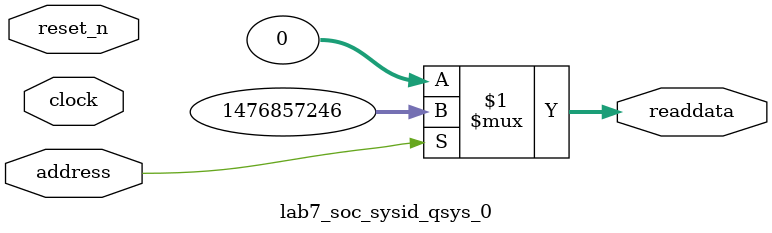
<source format=v>

`timescale 1ns / 1ps
// synthesis translate_on

// turn off superfluous verilog processor warnings 
// altera message_level Level1 
// altera message_off 10034 10035 10036 10037 10230 10240 10030 

module lab7_soc_sysid_qsys_0 (
               // inputs:
                address,
                clock,
                reset_n,

               // outputs:
                readdata
             )
;

  output  [ 31: 0] readdata;
  input            address;
  input            clock;
  input            reset_n;

  wire    [ 31: 0] readdata;
  //control_slave, which is an e_avalon_slave
  assign readdata = address ? 1476857246 : 0;

endmodule




</source>
